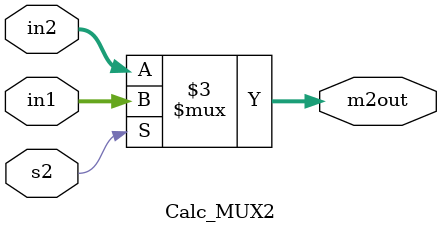
<source format=v>
module Calc_MUX2 (in1, in2, s2, m2out); 
 input [2:0] in1, in2; 
 input s2; 
 output reg [2:0] m2out; 
 
always @ (in1, in2, s2) 
begin 
    if (s2)  m2out = in1; 
    else  m2out = in2; 
end 
endmodule
</source>
